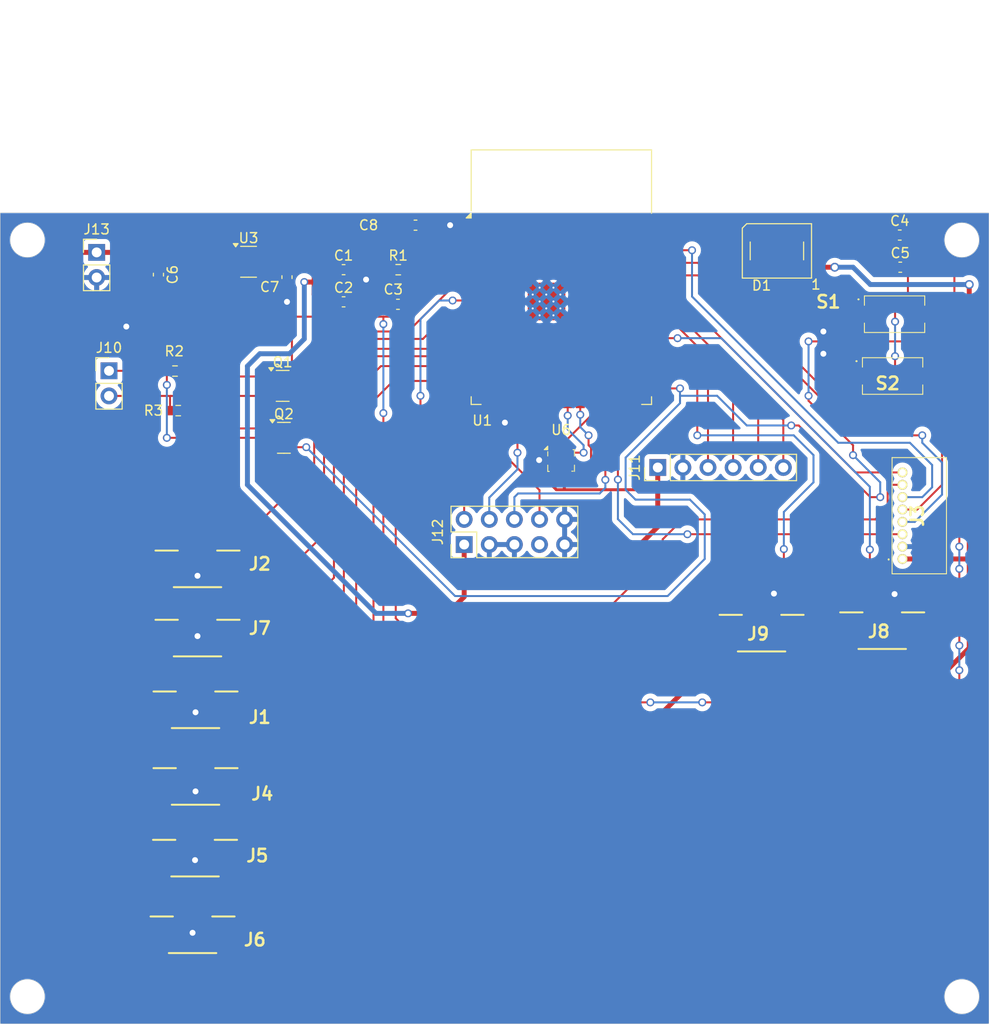
<source format=kicad_pcb>
(kicad_pcb (version 20240108) (generator "pcbnew") (generator_version "8.0")
  (layers (0 "F.Cu" signal) (31 "B.Cu" signal) (34 "B.Paste" user) (35 "F.Paste" user) (36 "B.SilkS" user "B.Silkscreen") (37 "F.SilkS" user "F.Silkscreen") (38 "B.Mask" user) (39 "F.Mask" user) (44 "Edge.Cuts" user))
  (net 0 "")
  (net 1 "GND")
  (net 4 "/LED")
  (net 5 "/UART_PROGRAM_RXD")
  (net 6 "VCC")
  (net 7 "/UART_PROGRAM_TXD")
  (net 9 "/UART_PROGRAM_DTR")
  (net 12 "/EN")
  (net 14 "/UART_PROGRAM_RTS")
  (net 15 "/MTMS")
  (net 16 "/MTDI")
  (net 18 "/DHT22")
  (net 19 "/PMS_TXD")
  (net 20 "/SEN0219")
  (net 21 "/PMS_SET")
  (net 22 "/PMS_RXD")
  (net 23 "/BMP_SDO")
  (net 24 "/PMS_PWM")
  (net 25 "/BMP_SDI")
  (net 26 "/BMP_SCK")
  (net 27 "/PMS_RESET")
  (net 28 "/PMS_SELECT")
  (net 29 "/Hall 1")
  (net 30 "/Hall 5")
  (net 31 "/Hall 4")
  (net 32 "/Hall 6")
  (net 33 "/Hall 3")
  (net 34 "/Hall 2")
  (net 35 "/3V3")
  (net 36 "/IO0")
  (net 37 "Net-(J10-Pin_1)")
  (net 38 "Net-(J10-Pin_2)")
  (net 39 "Net-(Q1-B)")
  (net 40 "Net-(Q2-B)")
  (net 42 "/MTDO")
  (net 43 "/MTCK")
  (footprint "1bmoje:53398-0371" (layer "F.Cu") (at 181.95 80.15)
    (property "Reference" "J8")
    (property "Value" "53398-0371" (hide yes))
  )
  (footprint "Connector_PinHeader_2.54mm:PinHeader_1x02_P2.54mm_Vertical" (layer "F.Cu") (at 103.75 55.725)
    (property "Reference" "J10")
    (property "Value" "Conn_01x02_Pin")
  )
  (footprint "1bmoje:530480810" (layer "F.Cu") (at 184 74.75 -90)
    (property "Reference" "J3")
    (property "Value" "53048-0810" (hide yes))
  )
  (footprint "1bmoje:53398-0371" (layer "F.Cu") (at 169.75 80.4)
    (property "Reference" "J9")
    (property "Value" "53398-0371" (hide yes))
  )
  (footprint "1bmoje:53398-0371" (layer "F.Cu") (at 112.45 103.15)
    (property "Reference" "J5")
    (property "Value" "53398-0371" (hide yes))
  )
  (footprint "Package_TO_SOT_SMD:SOT-23" (layer "F.Cu") (at 121.4375 62.5)
    (property "Reference" "Q2")
    (property "Value" "SS8050")
  )
  (footprint "Package_TO_SOT_SMD:SOT-23-5" (layer "F.Cu") (at 117.8625 44.7)
    (property "Reference" "U3")
    (property "Value" "TLV75733PDBV")
  )
  (footprint "Resistor_SMD:R_0603_1608Metric" (layer "F.Cu") (at 110.425 55.75)
    (property "Reference" "R2")
    (property "Value" "10K")
  )
  (footprint "1bmoje:53398-0371" (layer "F.Cu") (at 112.2 110.9)
    (property "Reference" "J6")
    (property "Value" "53398-0371" (hide yes))
  )
  (footprint "1bmoje:PTS636SK25FSMTRLFS" (layer "F.Cu") (at 183.2 50)
    (property "Reference" "S1")
    (property "Value" "PTS636_SK25F_SMTR_LFS" (hide yes))
  )
  (footprint "Connector_PinHeader_2.54mm:PinHeader_1x06_P2.54mm_Vertical" (layer "F.Cu") (at 159.25 65.5 90)
    (property "Reference" "J11")
    (property "Value" "Conn_01x06_Pin")
  )
  (footprint "1bmoje:53398-0371" (layer "F.Cu") (at 112.5 88.15)
    (property "Reference" "J1")
    (property "Value" "53398-0371" (hide yes))
  )
  (footprint "Capacitor_SMD:C_0603_1608Metric" (layer "F.Cu") (at 108.75 46 -90)
    (property "Reference" "C6")
    (property "Value" "22uF")
  )
  (footprint "Connector_PinHeader_2.54mm:PinHeader_1x02_P2.54mm_Vertical" (layer "F.Cu") (at 102.5 43.75)
    (property "Reference" "J13")
    (property "Value" "Conn_01x02_Pin")
  )
  (footprint "Capacitor_SMD:C_0603_1608Metric" (layer "F.Cu") (at 121.75 46.25 -90)
    (property "Reference" "C7")
    (property "Value" "22uF")
  )
  (footprint "RF_Module:ESP32-WROOM-32D" (layer "F.Cu") (at 149.5 49.245)
    (property "Reference" "U1")
    (property "Value" "ESP32-WROOM-32D")
  )
  (footprint "Package_TO_SOT_SMD:SOT-23" (layer "F.Cu") (at 121.3125 57.25)
    (property "Reference" "Q1")
    (property "Value" "SS8050")
  )
  (footprint "Capacitor_SMD:C_0603_1608Metric" (layer "F.Cu") (at 134.75 41 180)
    (property "Reference" "C8")
    (property "Value" "22uF")
  )
  (footprint "1bmoje:53398-0371" (layer "F.Cu") (at 112.7 80.9)
    (property "Reference" "J7")
    (property "Value" "53398-0371" (hide yes))
  )
  (footprint "1bmoje:PTS636SK25FSMTRLFS" (layer "F.Cu") (at 183 56.25)
    (property "Reference" "S2")
    (property "Value" "PTS636_SK25F_SMTR_LFS" (hide yes))
  )
  (footprint "Resistor_SMD:R_0603_1608Metric" (layer "F.Cu") (at 110.75 59.75)
    (property "Reference" "R3")
    (property "Value" "10K")
  )
  (footprint "Capacitor_SMD:C_0603_1608Metric" (layer "F.Cu") (at 132.975 49 180)
    (property "Reference" "C3")
    (property "Value" "0.1uF")
  )
  (footprint "LED_SMD:LED_WS2812B_PLCC4_5.0x5.0mm_P3.2mm" (layer "F.Cu") (at 171.3 43.6 180)
    (property "Reference" "D1")
    (property "Value" "WS2812B")
  )
  (footprint "Capacitor_SMD:C_0603_1608Metric" (layer "F.Cu") (at 127.475 45.5)
    (property "Reference" "C1")
    (property "Value" "22uF")
  )
  (footprint "Resistor_SMD:R_0603_1608Metric" (layer "F.Cu") (at 133 45.5)
    (property "Reference" "R1")
    (property "Value" "10K")
  )
  (footprint "1bmoje:53398-0371" (layer "F.Cu") (at 112.7 73.9)
    (property "Reference" "J2")
    (property "Value" "53398-0371" (hide yes))
  )
  (footprint "Capacitor_SMD:C_0603_1608Metric" (layer "F.Cu") (at 183.725 42)
    (property "Reference" "C4")
    (property "Value" "0.1uF")
  )
  (footprint "1bmoje:53398-0371" (layer "F.Cu") (at 112.5 95.9)
    (property "Reference" "J4")
    (property "Value" "53398-0371" (hide yes))
  )
  (footprint "Capacitor_SMD:C_0603_1608Metric" (layer "F.Cu") (at 183.775 45.25)
    (property "Reference" "C5")
    (property "Value" "0.1uF")
  )
  (footprint "Capacitor_SMD:C_0603_1608Metric" (layer "F.Cu") (at 127.475 48.75)
    (property "Reference" "C2")
    (property "Value" "0.1uF")
  )
  (footprint "Connector_PinHeader_2.54mm:PinHeader_2x05_P2.54mm_Vertical" (layer "F.Cu") (at 139.67 73.29 90)
    (property "Reference" "J12")
    (property "Value" "Conn_02x05_Odd_Even")
  )
  (footprint "Package_LGA:Bosch_LGA-8_2x2.5mm_P0.65mm_ClockwisePinNumbering" (layer "F.Cu") (at 149.475 64.8)
    (property "Reference" "U6")
    (property "Value" "BMP280")
  )
  (gr_circle (center 95.5 42.5) (end 97.25 42.5) (stroke (width 0.05)) (fill none) (layer "Edge.Cuts"))
  (gr_circle (center 95.5 119) (end 97.25 119) (stroke (width 0.05)) (fill none) (layer "Edge.Cuts"))
  (gr_circle (center 190 119) (end 191.75 119) (stroke (width 0.05)) (fill none) (layer "Edge.Cuts"))
  (gr_rect (start 92.75 39.75) (end 192.75 121.75) (stroke (width 0.05)) (fill none) (layer "Edge.Cuts"))
  (gr_circle (center 190 42.5) (end 191.75 42.5) (stroke (width 0.05)) (fill none) (layer "Edge.Cuts"))
  (segment (start 131.25 49) (end 132.2 49) (width 0.5) (layer "F.Cu") (net 1))
  (segment (start 112.5 98.25) (end 112.5 95.75) (width 0.5) (layer "F.Cu") (net 1))
  (segment (start 135.525 41) (end 138.25 41) (width 0.5) (layer "F.Cu") (net 1))
  (segment (start 166.25 43.5) (end 169 43.5) (width 0.5) (layer "F.Cu") (net 1))
  (segment (start 110.75 48) (end 114.05 44.7) (width 0.5) (layer "F.Cu") (net 1))
  (segment (start 158.25 40.995) (end 163.745 40.995) (width 0.5) (layer "F.Cu") (net 1))
  (segment (start 140.745 41) (end 140.75 40.995) (width 0.2) (layer "F.Cu") (net 1))
  (segment (start 143.79 58.755) (end 143.79 60.96) (width 0.5) (layer "F.Cu") (net 1))
  (segment (start 108.75 48) (end 110.75 48) (width 0.5) (layer "F.Cu") (net 1))
  (segment (start 108.75 48) (end 108.75 49) (width 0.5) (layer "F.Cu") (net 1))
  (segment (start 108.75 46.775) (end 108.75 48) (width 0.5) (layer "F.Cu") (net 1))
  (segment (start 180 42) (end 180 44) (width 0.5) (layer "F.Cu") (net 1))
  (segment (start 173 50) (end 176 50) (width 0.5) (layer "F.Cu") (net 1))
  (segment (start 178.25 42) (end 180 42) (width 0.5) (layer "F.Cu") (net 1))
  (segment (start 129.75 48) (end 129.75 47.5) (width 0.5) (layer "F.Cu") (net 1))
  (segment (start 169 43.5) (end 171.25 43.5) (width 0.5) (layer "F.Cu") (net 1))
  (segment (start 168.85 43.35) (end 169 43.5) (width 0.2) (layer "F.Cu") (net 1))
  (segment (start 102.5 49) (end 102.5 46.29) (width 0.5) (layer "F.Cu") (net 1))
  (segment (start 183.2 80) (end 183.2 78.3) (width 0.5) (layer "F.Cu") (net 1))
  (segment (start 112.45 103) (end 112.45 105.2) (width 0.5) (layer "F.Cu") (net 1))
  (segment (start 129.75 45.75) (end 129.5 45.5) (width 0.5) (layer "F.Cu") (net 1))
  (segment (start 114.05 44.7) (end 116.725 44.7) (width 0.5) (layer "F.Cu") (net 1))
  (segment (start 130.5 47.5) (end 131 48) (width 0.5) (layer "F.Cu") (net 1))
  (segment (start 176.75 43.5) (end 178.25 42) (width 0.5) (layer "F.Cu") (net 1))
  (segment (start 180 42) (end 182.95 42) (width 0.5) (layer "F.Cu") (net 1))
  (segment (start 171 80.25) (end 171 78.25) (width 0.5) (layer "F.Cu") (net 1))
  (segment (start 148.75 64.75) (end 148.5 64.75) (width 0.3) (layer "F.Cu") (net 1))
  (segment (start 168.85 41.95) (end 168.85 43.35) (width 0.5) (layer "F.Cu") (net 1))
  (segment (start 129.5 45.5) (end 128.25 45.5) (width 0.5) (layer "F.Cu") (net 1))
  (segment (start 171.25 43.5) (end 176.75 43.5) (width 0.5) (layer "F.Cu") (net 1))
  (segment (start 112.7 82.55) (end 112.7 80.75) (width 0.5) (layer "F.Cu") (net 1))
  (segment (start 131 48) (end 131 48.75) (width 0.5) (layer "F.Cu") (net 1))
  (segment (start 148.5 64.75) (end 148 64.75) (width 0.3) (layer "F.Cu") (net 1))
  (segment (start 129 48.75) (end 129.75 48) (width 0.5) (layer "F.Cu") (net 1))
  (segment (start 171.25 48.25) (end 173 50) (width 0.5) (layer "F.Cu") (net 1))
  (segment (start 148.5 64) (end 148.5 64.75) (width 0.3) (layer "F.Cu") (net 1))
  (segment (start 149.15 65.15) (end 148.75 64.75) (width 0.3) (layer "F.Cu") (net 1))
  (segment (start 105.5 49.75) (end 105.5 51.25) (width 0.5) (layer "F.Cu") (net 1))
  (segment (start 148 64.75) (end 147.25 64.75) (width 0.3) (layer "F.Cu") (net 1))
  (segment (start 108 49.75) (end 105.5 49.75) (width 0.5) (layer "F.Cu") (net 1))
  (segment (start 112.2 110.75) (end 112.2 112.55) (width 0.5) (layer "F.Cu") (net 1))
  (segment (start 103.25 49.75) (end 102.5 49) (width 0.5) (layer "F.Cu") (net 1))
  (segment (start 180 44) (end 181.25 45.25) (width 0.5) (layer "F.Cu") (net 1))
  (segment (start 138.25 41) (end 140.745 41) (width 0.5) (layer "F.Cu") (net 1))
  (segment (start 112.7 76.45) (end 112.7 73.75) (width 0.5) (layer "F.Cu") (net 1))
  (segment (start 112.5 90.25) (end 112.5 88) (width 0.5) (layer "F.Cu") (net 1))
  (segment (start 176 54) (end 176 55.5) (width 0.5) (layer "F.Cu") (net 1))
  (segment (start 129.75 46.5) (end 129.75 45.75) (width 0.5) (layer "F.Cu") (net 1))
  (segment (start 149.15 65.6) (end 149.15 65.15) (width 0.3) (layer "F.Cu") (net 1))
  (segment (start 108.75 49) (end 108 49.75) (width 0.5) (layer "F.Cu") (net 1))
  (segment (start 176 50) (end 176 51.75) (width 0.5) (layer "F.Cu") (net 1))
  (segment (start 121.75 47.025) (end 121.75 48.75) (width 0.5) (layer "F.Cu") (net 1))
  (segment (start 129.75 47.5) (end 129.75 46.5) (width 0.5) (layer "F.Cu") (net 1))
  (segment (start 105.5 49.75) (end 103.25 49.75) (width 0.5) (layer "F.Cu") (net 1))
  (segment (start 176.75 56.25) (end 179.7 56.25) (width 0.5) (layer "F.Cu") (net 1))
  (segment (start 129.75 47.5) (end 130.5 47.5) (width 0.5) (layer "F.Cu") (net 1))
  (segment (start 163.745 40.995) (end 166.25 43.5) (width 0.5) (layer "F.Cu") (net 1))
  (segment (start 176 50) (end 179.9 50) (width 0.5) (layer "F.Cu") (net 1))
  (segment (start 176 55.5) (end 176.75 56.25) (width 0.5) (layer "F.Cu") (net 1))
  (segment (start 128.25 48.75) (end 129 48.75) (width 0.5) (layer "F.Cu") (net 1))
  (segment (start 131 48.75) (end 131.25 49) (width 0.5) (layer "F.Cu") (net 1))
  (segment (start 171.25 43.5) (end 171.25 48.25) (width 0.5) (layer "F.Cu") (net 1))
  (segment (start 181.25 45.25) (end 183 45.25) (width 0.5) (layer "F.Cu") (net 1))
  (via (at 138.25 41) (size 0.9) (drill 0.6) (layers "F.Cu" "B.Cu") (net 1))
  (via (at 112.5 98.25) (size 0.9) (drill 0.6) (layers "F.Cu" "B.Cu") (net 1))
  (via (at 112.2 112.55) (size 0.9) (drill 0.6) (layers "F.Cu" "B.Cu") (net 1))
  (via (at 143.79 60.96) (size 0.9) (drill 0.6) (layers "F.Cu" "B.Cu") (net 1))
  (via (at 176 54) (size 0.9) (drill 0.6) (layers "F.Cu" "B.Cu") (net 1))
  (via (at 112.5 90.25) (size 0.9) (drill 0.6) (layers "F.Cu" "B.Cu") (net 1))
  (via (at 176 51.75) (size 0.9) (drill 0.6) (layers "F.Cu" "B.Cu") (net 1))
  (via (at 129.75 46.5) (size 0.9) (drill 0.6) (layers "F.Cu" "B.Cu") (net 1))
  (via (at 171 78.25) (size 0.9) (drill 0.6) (layers "F.Cu" "B.Cu") (net 1))
  (via (at 112.7 76.45) (size 0.9) (drill 0.6) (layers "F.Cu" "B.Cu") (net 1))
  (via (at 112.7 82.55) (size 0.9) (drill 0.6) (layers "F.Cu" "B.Cu") (net 1))
  (via (at 105.5 51.25) (size 0.9) (drill 0.6) (layers "F.Cu" "B.Cu") (net 1))
  (via (at 147.25 64.75) (size 0.9) (drill 0.6) (layers "F.Cu" "B.Cu") (net 1))
  (via (at 112.45 105.2) (size 0.9) (drill 0.6) (layers "F.Cu" "B.Cu") (net 1))
  (via (at 121.75 48.75) (size 0.9) (drill 0.6) (layers "F.Cu" "B.Cu") (net 1))
  (via (at 183.2 78.3) (size 0.9) (drill 0.6) (layers "F.Cu" "B.Cu") (net 1))
  (segment (start 184 73.5) (end 186.5 73.5) (width 0.5) (layer "B.Cu") (net 1))
  (segment (start 176 51.75) (end 176 54) (width 0.5) (layer "B.Cu") (net 1))
  (segment (start 163.265 42.265) (end 158.25 42.265) (width 0.2) (layer "F.Cu") (net 4))
  (segment (start 166.25 45.25) (end 163.265 42.265) (width 0.2) (layer "F.Cu") (net 4))
  (segment (start 168.85 45.25) (end 166.25 45.25) (width 0.2) (layer "F.Cu") (net 4))
  (segment (start 164.33 65.5) (end 164.33 57.33) (width 0.2) (layer "F.Cu") (net 5))
  (segment (start 164.33 57.33) (end 161.965 54.965) (width 0.2) (layer "F.Cu") (net 5))
  (segment (start 161.965 54.965) (end 158.25 54.965) (width 0.2) (layer "F.Cu") (net 5))
  (segment (start 98 95.75) (end 98 103) (width 0.5) (layer "F.Cu") (net 6))
  (segment (start 98 80.75) (end 98 88) (width 0.5) (layer "F.Cu") (net 6))
  (segment (start 163.25 86.75) (end 168.25 86.75) (width 0.5) (layer "F.Cu") (net 6))
  (segment (start 108.75 43.75) (end 102.5 43.75) (width 0.5) (layer "F.Cu") (net 6))
  (segment (start 182 86.75) (end 187.75 86.75) (width 0.5) (layer "F.Cu") (net 6))
  (segment (start 168.25 86.75) (end 182 86.75) (width 0.5) (layer "F.Cu") (net 6))
  (segment (start 159.75 90.25) (end 163.25 86.75) (width 0.5) (layer "F.Cu") (net 6))
  (segment (start 98 88) (end 98 95.75) (width 0.5) (layer "F.Cu") (net 6))
  (segment (start 98 95.75) (end 111.25 95.75) (width 0.5) (layer "F.Cu") (net 6))
  (segment (start 173.75 45.25) (end 177.15 45.25) (width 0.5) (layer "F.Cu") (net 6))
  (segment (start 181.95 86.7) (end 181.95 80) (width 0.5) (layer "F.Cu") (net 6))
  (segment (start 187.75 86.75) (end 190.75 83.75) (width 0.5) (layer "F.Cu") (net 6))
  (segment (start 159.75 94.75) (end 159.75 90.25) (width 0.5) (layer "F.Cu") (net 6))
  (segment (start 136 118.5) (end 159.75 94.75) (width 0.5) (layer "F.Cu") (net 6))
  (segment (start 98 103) (end 111.2 103) (width 0.5) (layer "F.Cu") (net 6))
  (segment (start 98 103) (end 98 107.5) (width 0.5) (layer "F.Cu") (net 6))
  (segment (start 190.75 83.75) (end 190.75 74.75) (width 0.5) (layer "F.Cu") (net 6))
  (segment (start 98 45.25) (end 98 73.75) (width 0.5) (layer "F.Cu") (net 6))
  (segment (start 190.75 74.75) (end 184 74.75) (width 0.5) (layer "F.Cu") (net 6))
  (segment (start 101.25 110.75) (end 103.75 110.75) (width 0.5) (layer "F.Cu") (net 6))
  (segment (start 108.75 45.225) (end 108.75 43.75) (width 0.5) (layer "F.Cu") (net 6))
  (segment (start 98 107.5) (end 101.25 110.75) (width 0.5) (layer "F.Cu") (net 6))
  (segment (start 106.25 118.5) (end 136 118.5) (width 0.5) (layer "F.Cu") (net 6))
  (segment (start 116.725 43.75) (end 108.75 43.75) (width 0.5) (layer "F.Cu") (net 6))
  (segment (start 103.75 110.75) (end 110.95 110.75) (width 0.5) (layer "F.Cu") (net 6))
  (segment (start 103.75 116) (end 106.25 118.5) (width 0.5) (layer "F.Cu") (net 6))
  (segment (start 98 73.75) (end 111.45 73.75) (width 0.5) (layer "F.Cu") (net 6))
  (segment (start 98 73.75) (end 98 80.75) (width 0.5) (layer "F.Cu") (net 6))
  (segment (start 168.25 86.75) (end 168.5 86.75) (width 0.5) (layer "F.Cu") (net 6))
  (segment (start 99.5 43.75) (end 98 45.25) (width 0.5) (layer "F.Cu") (net 6))
  (segment (start 102.5 43.75) (end 99.5 43.75) (width 0.5) (layer "F.Cu") (net 6))
  (segment (start 98 80.75) (end 111.45 80.75) (width 0.5) (layer "F.Cu") (net 6))
  (segment (start 103.75 110.75) (end 103.75 116) (width 0.5) (layer "F.Cu") (net 6))
  (segment (start 168.5 86.75) (end 168.5 80.25) (width 0.5) (layer "F.Cu") (net 6))
  (segment (start 182 86.75) (end 181.95 86.7) (width 0.5) (layer "F.Cu") (net 6))
  (segment (start 190.75 74.75) (end 190.75 47) (width 0.5) (layer "F.Cu") (net 6))
  (segment (start 98 88) (end 111.25 88) (width 0.5) (layer "F.Cu") (net 6))
  (via (at 190.75 47) (size 0.9) (drill 0.6) (layers "F.Cu" "B.Cu") (net 6))
  (via (at 177.15 45.25) (size 0.9) (drill 0.6) (layers "F.Cu" "B.Cu") (net 6))
  (segment (start 190.75 47) (end 180.75 47) (width 0.5) (layer "B.Cu") (net 6))
  (segment (start 177.15 45.25) (end 179 45.25) (width 0.5) (layer "B.Cu") (net 6))
  (segment (start 180.75 47) (end 179 45.25) (width 0.5) (layer "B.Cu") (net 6))
  (segment (start 166.87 58.12) (end 162.445 53.695) (width 0.2) (layer "F.Cu") (net 7))
  (segment (start 162.445 53.695) (end 158.25 53.695) (width 0.2) (layer "F.Cu") (net 7))
  (segment (start 166.87 65.5) (end 166.87 58.12) (width 0.2) (layer "F.Cu") (net 7))
  (segment (start 161.155 51.155) (end 158.25 51.155) (width 0.2) (layer "F.Cu") (net 9))
  (segment (start 169.41 59.41) (end 161.155 51.155) (width 0.2) (layer "F.Cu") (net 9))
  (segment (start 169.41 65.5) (end 169.41 59.41) (width 0.2) (layer "F.Cu") (net 9))
  (segment (start 183.75 56.25) (end 184.5 56.25) (width 0.2) (layer "F.Cu") (net 12))
  (segment (start 184.5 59.75) (end 185 60.25) (width 0.2) (layer "F.Cu") (net 12))
  (segment (start 116.725 45.65) (end 121.325 50.25) (width 0.2) (layer "F.Cu") (net 12))
  (segment (start 135.5 45.5) (end 133.825 45.5) (width 0.2) (layer "F.Cu") (net 12))
  (segment (start 185 60.25) (end 188.75 60.25) (width 0.2) (layer "F.Cu") (net 12))
  (segment (start 136.25 43.5) (end 135.5 44.25) (width 0.2) (layer "F.Cu") (net 12))
  (segment (start 135.5 45.5) (end 135.5 46) (width 0.2) (layer "F.Cu") (net 12))
  (segment (start 136.75 43.5) (end 136.25 43.5) (width 0.2) (layer "F.Cu") (net 12))
  (segment (start 184.5 56.25) (end 186.3 56.25) (width 0.2) (layer "F.Cu") (net 12))
  (segment (start 122.25 50.25) (end 131.5 50.25) (width 0.2) (layer "F.Cu") (net 12))
  (segment (start 183.25 54.25) (end 183.25 55.75) (width 0.2) (layer "F.Cu") (net 12))
  (segment (start 131.5 50.25) (end 134.5 50.25) (width 0.2) (layer "F.Cu") (net 12))
  (segment (start 189.75 61.25) (end 189.75 73.5) (width 0.2) (layer "F.Cu") (net 12))
  (segment (start 136.75 48) (end 136.75 43.5) (width 0.2) (layer "F.Cu") (net 12))
  (segment (start 189.75 87.75) (end 188.25 89.25) (width 0.2) (layer "F.Cu") (net 12))
  (segment (start 131.5 83) (end 131.5 60) (width 0.2) (layer "F.Cu") (net 12))
  (segment (start 189.75 86) (end 189.75 87.75) (width 0.2) (layer "F.Cu") (net 12))
  (segment (start 122.25 57.25) (end 122.25 50.25) (width 0.2) (layer "F.Cu") (net 12))
  (segment (start 135.5 46) (end 133.75 47.75) (width 0.2) (layer "F.Cu") (net 12))
  (segment (start 131.5 83) (end 137.75 89.25) (width 0.2) (layer "F.Cu") (net 12))
  (segment (start 135.5 44.25) (end 135.5 45.5) (width 0.2) (layer "F.Cu") (net 12))
  (segment (start 121.325 50.25) (end 122.25 50.25) (width 0.2) (layer "F.Cu") (net 12))
  (segment (start 140.75 43.5) (end 136.75 43.5) (width 0.2) (layer "F.Cu") (net 12))
  (segment (start 183.25 49.75) (end 183.25 50.75) (width 0.2) (layer "F.Cu") (net 12))
  (segment (start 140.75 43.535) (end 140.75 43.5) (width 0.2) (layer "F.Cu") (net 12))
  (segment (start 133.75 47.75) (end 133.75 49) (width 0.2) (layer "F.Cu") (net 12))
  (segment (start 184.5 56.25) (end 184.5 59.75) (width 0.2) (layer "F.Cu") (net 12))
  (segment (start 137.75 89.25) (end 158.5 89.25) (width 0.2) (layer "F.Cu") (net 12))
  (segment (start 183.25 55.75) (end 183.75 56.25) (width 0.2) (layer "F.Cu") (net 12))
  (segment (start 184.55 48.45) (end 183.25 49.75) (width 0.2) (layer "F.Cu") (net 12))
  (segment (start 188.25 89.25) (end 163.75 89.25) (width 0.2) (layer "F.Cu") (net 12))
  (segment (start 131.5 50.25) (end 131.5 51) (width 0.2) (layer "F.Cu") (net 12))
  (segment (start 184.55 45.25) (end 184.55 48.45) (width 0.2) (layer "F.Cu") (net 12))
  (segment (start 134.5 50.25) (end 136.75 48) (width 0.2) (layer "F.Cu") (net 12))
  (segment (start 188.75 60.25) (end 189.75 61.25) (width 0.2) (layer "F.Cu") (net 12))
  (segment (start 189.75 75.75) (end 189.75 83.5) (width 0.2) (layer "F.Cu") (net 12))
  (via (at 131.5 51) (size 0.8) (drill 0.52) (layers "F.Cu" "B.Cu") (net 12))
  (via (at 158.5 89.25) (size 0.8) (drill 0.52) (layers "F.Cu" "B.Cu") (net 12))
  (via (at 189.75 73.5) (size 0.8) (drill 0.52) (layers "F.Cu" "B.Cu") (net 12))
  (via (at 189.75 83.5) (size 0.8) (drill 0.52) (layers "F.Cu" "B.Cu") (net 12))
  (via (at 189.75 75.75) (size 0.8) (drill 0.52) (layers "F.Cu" "B.Cu") (net 12))
  (via (at 131.5 60) (size 0.8) (drill 0.52) (layers "F.Cu" "B.Cu") (net 12))
  (via (at 163.75 89.25) (size 0.8) (drill 0.52) (layers "F.Cu" "B.Cu") (net 12))
  (via (at 183.25 50.75) (size 0.8) (drill 0.52) (layers "F.Cu" "B.Cu") (net 12))
  (via (at 183.25 54.25) (size 0.8) (drill 0.52) (layers "F.Cu" "B.Cu") (net 12))
  (via (at 189.75 86) (size 0.8) (drill 0.52) (layers "F.Cu" "B.Cu") (net 12))
  (segment (start 189.75 83.5) (end 189.75 86) (width 0.2) (layer "B.Cu") (net 12))
  (segment (start 183.25 50.75) (end 183.25 54.25) (width 0.2) (layer "B.Cu") (net 12))
  (segment (start 189.75 73.5) (end 189.75 75.75) (width 0.2) (layer "B.Cu") (net 12))
  (segment (start 163.75 89.25) (end 158.5 89.25) (width 0.2) (layer "B.Cu") (net 12))
  (segment (start 131.5 60) (end 131.5 51) (width 0.2) (layer "B.Cu") (net 12))
  (segment (start 171.95 65.5) (end 171.95 60.7) (width 0.2) (layer "F.Cu") (net 14))
  (segment (start 171.95 60.7) (end 161.135 49.885) (width 0.2) (layer "F.Cu") (net 14))
  (segment (start 161.135 49.885) (end 158.25 49.885) (width 0.2) (layer "F.Cu") (net 14))
  (segment (start 139.67 68.42) (end 137 65.75) (width 0.2) (layer "F.Cu") (net 15))
  (segment (start 138.765 56.235) (end 140.75 56.235) (width 0.2) (layer "F.Cu") (net 15))
  (segment (start 137 65.75) (end 137 58) (width 0.2) (layer "F.Cu") (net 15))
  (segment (start 139.67 70.75) (end 139.67 68.42) (width 0.2) (layer "F.Cu") (net 15))
  (segment (start 137 58) (end 138.765 56.235) (width 0.2) (layer "F.Cu") (net 15))
  (segment (start 139.5 62.25) (end 138.25 61) (width 0.2) (layer "F.Cu") (net 16))
  (segment (start 138.75 57.5) (end 138.755 57.505) (width 0.2) (layer "F.Cu") (net 16))
  (segment (start 138.755 57.505) (end 140.75 57.505) (width 0.2) (layer "F.Cu") (net 16))
  (segment (start 147.29 67.79) (end 141.75 62.25) (width 0.2) (layer "F.Cu") (net 16))
  (segment (start 138.25 61) (end 138.25 58) (width 0.2) (layer "F.Cu") (net 16))
  (segment (start 147.29 70.75) (end 147.29 67.79) (width 0.2) (layer "F.Cu") (net 16))
  (segment (start 138.25 58) (end 138.75 57.5) (width 0.2) (layer "F.Cu") (net 16))
  (segment (start 141.75 62.25) (end 139.5 62.25) (width 0.2) (layer "F.Cu") (net 16))
  (segment (start 163.25 62.25) (end 163.25 57.5) (width 0.2) (layer "F.Cu") (net 18))
  (segment (start 169.75 80.25) (end 169.75 77) (width 0.2) (layer "F.Cu") (net 18))
  (segment (start 161.985 56.235) (end 158.25 56.235) (width 0.2) (layer "F.Cu") (net 18))
  (segment (start 169.75 77) (end 172 74.75) (width 0.2) (layer "F.Cu") (net 18))
  (segment (start 163.25 57.5) (end 161.985 56.235) (width 0.2) (layer "F.Cu") (net 18))
  (segment (start 172 74.75) (end 172 73.75) (width 0.2) (layer "F.Cu") (net 18))
  (via (at 172 73.75) (size 0.8) (drill 0.52) (layers "F.Cu" "B.Cu") (net 18))
  (via (at 163.25 62.25) (size 0.8) (drill 0.52) (layers "F.Cu" "B.Cu") (net 18))
  (segment (start 173 62.25) (end 163.25 62.25) (width 0.2) (layer "B.Cu") (net 18))
  (segment (start 172 73.75) (end 172 70) (width 0.2) (layer "B.Cu") (net 18))
  (segment (start 175 64.25) (end 173 62.25) (width 0.2) (layer "B.Cu") (net 18))
  (segment (start 175 67) (end 175 64.25) (width 0.2) (layer "B.Cu") (net 18))
  (segment (start 172 70) (end 175 67) (width 0.2) (layer "B.Cu") (net 18))
  (segment (start 188 67.25) (end 188 62.5) (width 0.2) (layer "F.Cu") (net 19))
  (segment (start 185.5 69.75) (end 188 67.25) (width 0.2) (layer "F.Cu") (net 19))
  (segment (start 184 69.75) (end 185.5 69.75) (width 0.2) (layer "F.Cu") (net 19))
  (segment (start 186.5 61) (end 179.5 61) (width 0.2) (layer "F.Cu") (net 19))
  (segment (start 188 62.5) (end 186.5 61) (width 0.2) (layer "F.Cu") (net 19))
  (segment (start 179.5 61) (end 163.305 44.805) (width 0.2) (layer "F.Cu") (net 19))
  (segment (start 163.305 44.805) (end 158.25 44.805) (width 0.2) (layer "F.Cu") (net 19))
  (segment (start 158.25 52.425) (end 161.25 52.425) (width 0.2) (layer "F.Cu") (net 20))
  (segment (start 180.7 80) (end 180.7 73.8) (width 0.2) (layer "F.Cu") (net 20))
  (via (at 161.25 52.425) (size 0.8) (drill 0.52) (layers "F.Cu" "B.Cu") (net 20))
  (via (at 180.7 73.8) (size 0.8) (drill 0.52) (layers "F.Cu" "B.Cu") (net 20))
  (segment (start 161.25 52.425) (end 165.675 52.425) (width 0.2) (layer "B.Cu") (net 20))
  (segment (start 165.675 52.425) (end 180.7 67.45) (width 0.2) (layer "B.Cu") (net 20))
  (segment (start 180.7 67.45) (end 180.7 73.8) (width 0.2) (layer "B.Cu") (net 20))
  (segment (start 184 72.25) (end 162.25 72.25) (width 0.2) (layer "F.Cu") (net 21))
  (segment (start 155.22 58.755) (end 155.22 66.72) (width 0.2) (layer "F.Cu") (net 21))
  (via (at 162.25 72.25) (size 0.8) (drill 0.52) (layers "F.Cu" "B.Cu") (net 21))
  (via (at 155.22 66.72) (size 0.8) (drill 0.52) (layers "F.Cu" "B.Cu") (net 21))
  (segment (start 155.22 70.72) (end 155.22 66.72) (width 0.2) (layer "B.Cu") (net 21))
  (segment (start 156.75 72.25) (end 155.22 70.72) (width 0.2) (layer "B.Cu") (net 21))
  (segment (start 162.25 72.25) (end 156.75 72.25) (width 0.2) (layer "B.Cu") (net 21))
  (segment (start 179.5 62.25) (end 163.325 46.075) (width 0.2) (layer "F.Cu") (net 22))
  (segment (start 186 62.25) (end 179.5 62.25) (width 0.2) (layer "F.Cu") (net 22))
  (segment (start 163.325 46.075) (end 158.25 46.075) (width 0.2) (layer "F.Cu") (net 22))
  (via (at 186 62.25) (size 0.8) (drill 0.52) (layers "F.Cu" "B.Cu") (net 22))
  (segment (start 186 63) (end 186 62.25) (width 0.2) (layer "B.Cu") (net 22))
  (segment (start 188 68.25) (end 188 65) (width 0.2) (layer "B.Cu") (net 22))
  (segment (start 185.25 71) (end 188 68.25) (width 0.2) (layer "B.Cu") (net 22))
  (segment (start 188 65) (end 186 63) (width 0.2) (layer "B.Cu") (net 22))
  (segment (start 184 71) (end 185.25 71) (width 0.2) (layer "B.Cu") (net 22))
  (segment (start 152.5 63.5) (end 152.25 63.25) (width 0.2) (layer "F.Cu") (net 23))
  (segment (start 152.5 65) (end 152.5 63.5) (width 0.2) (layer "F.Cu") (net 23))
  (segment (start 150.45 65.6) (end 151.9 65.6) (width 0.2) (layer "F.Cu") (net 23))
  (segment (start 151.9 65.6) (end 152.5 65) (width 0.2) (layer "F.Cu") (net 23))
  (segment (start 151.41 58.755) (end 151.41 60.16) (width 0.2) (layer "F.Cu") (net 23))
  (segment (start 152.25 63.25) (end 152.25 62.25) (width 0.2) (layer "F.Cu") (net 23))
  (via (at 152.25 62.25) (size 0.8) (drill 0.52) (layers "F.Cu" "B.Cu") (net 23))
  (via (at 151.41 60.16) (size 0.8) (drill 0.52) (layers "F.Cu" "B.Cu") (net 23))
  (segment (start 151.41 60.16) (end 151.41 61.41) (width 0.2) (layer "B.Cu") (net 23))
  (segment (start 151.41 61.41) (end 152.25 62.25) (width 0.2) (layer "B.Cu") (net 23))
  (segment (start 184 67.25) (end 182.75 67.25) (width 0.2) (layer "F.Cu") (net 24))
  (segment (start 182.75 67.25) (end 182.5 67.5) (width 0.2) (layer "F.Cu") (net 24))
  (segment (start 159.75 74.25) (end 151.75 82.25) (width 0.2) (layer "F.Cu") (net 24))
  (segment (start 159.75 72.76005) (end 159.75 74.25) (width 0.2) (layer "F.Cu") (net 24))
  (segment (start 151.75 82.25) (end 134.25 82.25) (width 0.2) (layer "F.Cu") (net 24))
  (segment (start 132.75 80.75) (end 132.75 78.75) (width 0.2) (layer "F.Cu") (net 24))
  (segment (start 181.25 70.75) (end 161.76005 70.75) (width 0.2) (layer "F.Cu") (net 24))
  (segment (start 182.5 67.5) (end 182.5 69.5) (width 0.2) (layer "F.Cu") (net 24))
  (segment (start 161.76005 70.75) (end 159.75 72.76005) (width 0.2) (layer "F.Cu") (net 24))
  (segment (start 182.5 69.5) (end 181.25 70.75) (width 0.2) (layer "F.Cu") (net 24))
  (segment (start 135.25 59.5) (end 135.25 58.25) (width 0.2) (layer "F.Cu") (net 24))
  (segment (start 134.25 82.25) (end 132.75 80.75) (width 0.2) (layer "F.Cu") (net 24))
  (segment (start 132.75 62) (end 135.25 59.5) (width 0.2) (layer "F.Cu") (net 24))
  (segment (start 132.75 78.75) (end 132.75 62) (width 0.2) (layer "F.Cu") (net 24))
  (segment (start 140.75 48.615) (end 138.5 48.615) (width 0.2) (layer "F.Cu") (net 24))
  (via (at 138.5 48.615) (size 0.8) (drill 0.52) (layers "F.Cu" "B.Cu") (net 24))
  (via (at 135.25 58.25) (size 0.8) (drill 0.52) (layers "F.Cu" "B.Cu") (net 24))
  (segment (start 135.25 50.5) (end 135.25 58.25) (width 0.2) (layer "B.Cu") (net 24))
  (segment (start 137.135 48.615) (end 135.25 50.5) (width 0.2) (layer "B.Cu") (net 24))
  (segment (start 138.5 48.615) (end 137.135 48.615) (width 0.2) (layer "B.Cu") (net 24))
  (segment (start 149.8 62.95) (end 152.68 60.07) (width 0.2) (layer "F.Cu") (net 25))
  (segment (start 152.68 60.07) (end 152.68 58.755) (width 0.2) (layer "F.Cu") (net 25))
  (segment (start 149.8 64) (end 149.8 62.95) (width 0.2) (layer "F.Cu") (net 25))
  (segment (start 150.45 64) (end 151.75 64) (width 0.2) (layer "F.Cu") (net 26))
  (segment (start 150.14 60.25) (end 150.14 60.36) (width 0.2) (layer "F.Cu") (net 26))
  (segment (start 150.14 58.755) (end 150.14 60.25) (width 0.2) (layer "F.Cu") (net 26))
  (via (at 150.14 60.25) (size 0.8) (drill 0.52) (layers "F.Cu" "B.Cu") (net 26))
  (via (at 151.75 64) (size 0.8) (drill 0.52) (layers "F.Cu" "B.Cu") (net 26))
  (segment (start 150.14 61.64) (end 151.75 63.25) (width 0.2) (layer "B.Cu") (net 26))
  (segment (start 150.14 60.25) (end 150.14 61.64) (width 0.2) (layer "B.Cu") (net 26))
  (segment (start 151.75 63.25) (end 151.75 64) (width 0.2) (layer "B.Cu") (net 26))
  (segment (start 158.25 43.535) (end 162.715 43.535) (width 0.2) (layer "F.Cu") (net 27))
  (via (at 162.715 43.535) (size 0.8) (drill 0.52) (layers "F.Cu" "B.Cu") (net 27))
  (segment (start 162.715 48.215) (end 177.5 63) (width 0.2) (layer "B.Cu") (net 27))
  (segment (start 186 68.5) (end 184 68.5) (width 0.2) (layer "B.Cu") (net 27))
  (segment (start 177.5 63) (end 184.75 63) (width 0.2) (layer "B.Cu") (net 27))
  (segment (start 162.715 43.535) (end 162.715 48.215) (width 0.2) (layer "B.Cu") (net 27))
  (segment (start 184.75 63) (end 187 65.25) (width 0.2) (layer "B.Cu") (net 27))
  (segment (start 187 67.5) (end 186 68.5) (width 0.2) (layer "B.Cu") (net 27))
  (segment (start 187 65.25) (end 187 67.5) (width 0.2) (layer "B.Cu") (net 27))
  (segment (start 179.25 66) (end 160.595 47.345) (width 0.2) (layer "F.Cu") (net 28))
  (segment (start 184 66) (end 179.25 66) (width 0.2) (layer "F.Cu") (net 28))
  (segment (start 160.595 47.345) (end 158.25 47.345) (width 0.2) (layer "F.Cu") (net 28))
  (segment (start 130.75 54.25) (end 136.5 54.25) (width 0.2) (layer "F.Cu") (net 29))
  (segment (start 113.75 95.75) (end 116.5 95.75) (width 0.2) (layer "F.Cu") (net 29))
  (segment (start 127.5 57.5) (end 130.75 54.25) (width 0.2) (layer "F.Cu") (net 29))
  (segment (start 136.5 54.25) (end 138.325 52.425) (width 0.2) (layer "F.Cu") (net 29))
  (segment (start 116.5 95.75) (end 127.5 84.75) (width 0.2) (layer "F.Cu") (net 29))
  (segment (start 127.5 84.75) (end 127.5 57.5) (width 0.2) (layer "F.Cu") (net 29))
  (segment (start 138.325 52.425) (end 140.75 52.425) (width 0.2) (layer "F.Cu") (net 29))
  (segment (start 113.95 73.75) (end 116.25 73.75) (width 0.2) (layer "F.Cu") (net 30))
  (segment (start 124.5 55.75) (end 128.5 51.75) (width 0.2) (layer "F.Cu") (net 30))
  (segment (start 116.25 73.75) (end 124.5 65.5) (width 0.2) (layer "F.Cu") (net 30))
  (segment (start 124.5 65.5) (end 124.5 55.75) (width 0.2) (layer "F.Cu") (net 30))
  (segment (start 134 51.75) (end 138.405 47.345) (width 0.2) (layer "F.Cu") (net 30))
  (segment (start 128.5 51.75) (end 134 51.75) (width 0.2) (layer "F.Cu") (net 30))
  (segment (start 138.405 47.345) (end 140.75 47.345) (width 0.2) (layer "F.Cu") (net 30))
  (segment (start 125.5 56) (end 129 52.5) (width 0.2) (layer "F.Cu") (net 31))
  (segment (start 138.115 49.885) (end 140.75 49.885) (width 0.2) (layer "F.Cu") (net 31))
  (segment (start 129 52.5) (end 135.5 52.5) (width 0.2) (layer "F.Cu") (net 31))
  (segment (start 113.95 80.75) (end 117 80.75) (width 0.2) (layer "F.Cu") (net 31))
  (segment (start 117 80.75) (end 125.5 72.25) (width 0.2) (layer "F.Cu") (net 31))
  (segment (start 135.5 52.5) (end 138.115 49.885) (width 0.2) (layer "F.Cu") (net 31))
  (segment (start 125.5 72.25) (end 125.5 56) (width 0.2) (layer "F.Cu") (net 31))
  (segment (start 115.15 88) (end 126.5 76.65) (width 0.2) (layer "F.Cu") (net 32))
  (segment (start 126.5 76.65) (end 126.5 57) (width 0.2) (layer "F.Cu") (net 32))
  (segment (start 126.5 57) (end 130 53.5) (width 0.2) (layer "F.Cu") (net 32))
  (segment (start 138.595 51.155) (end 140.75 51.155) (width 0.2) (layer "F.Cu") (net 32))
  (segment (start 136.25 53.5) (end 138.595 51.155) (width 0.2) (layer "F.Cu") (net 32))
  (segment (start 130 53.5) (end 136.25 53.5) (width 0.2) (layer "F.Cu") (net 32))
  (segment (start 113.75 88) (end 115.15 88) (width 0.2) (layer "F.Cu") (net 32))
  (segment (start 115.25 110.75) (end 130.5 95.5) (width 0.2) (layer "F.Cu") (net 33))
  (segment (start 130.5 95.5) (end 130.5 58.75) (width 0.2) (layer "F.Cu") (net 33))
  (segment (start 130.5 58.75) (end 132.5 56.75) (width 0.2) (layer "F.Cu") (net 33))
  (segment (start 136.75 56.75) (end 138.535 54.965) (width 0.2) (layer "F.Cu") (net 33))
  (segment (start 138.535 54.965) (end 140.75 54.965) (width 0.2) (layer "F.Cu") (net 33))
  (segment (start 132.5 56.75) (end 136.75 56.75) (width 0.2) (layer "F.Cu") (net 33))
  (segment (start 113.45 110.75) (end 115.25 110.75) (width 0.2) (layer "F.Cu") (net 33))
  (segment (start 128.75 57.75) (end 131.25 55.25) (width 0.2) (layer "F.Cu") (net 34))
  (segment (start 128.75 93.25) (end 128.75 57.75) (width 0.2) (layer "F.Cu") (net 34))
  (segment (start 138.305 53.695) (end 140.75 53.695) (width 0.2) (layer "F.Cu") (net 34))
  (segment (start 113.7 103) (end 119 103) (width 0.2) (layer "F.Cu") (net 34))
  (segment (start 136.75 55.25) (end 138.305 53.695) (width 0.2) (layer "F.Cu") (net 34))
  (segment (start 131.25 55.25) (end 136.75 55.25) (width 0.2) (layer "F.Cu") (net 34))
  (segment (start 119 103) (end 128.75 93.25) (width 0.2) (layer "F.Cu") (net 34))
  (segment (start 139.67 78.58) (end 139.67 77) (width 0.5) (layer "F.Cu") (net 35))
  (segment (start 147 62.5) (end 148.35 62.5) (width 0.3) (layer "F.Cu") (net 35))
  (segment (start 153.75 77) (end 159.25 71.5) (width 0.5) (layer "F.Cu") (net 35))
  (segment (start 147.5 66.75) (end 146.25 65.5) (width 0.3) (layer "F.Cu") (net 35))
  (segment (start 124.5 48) (end 124.875 48.375) (width 0.5) (layer "F.Cu") (net 35))
  (segment (start 139.67 77) (end 153.75 77) (width 0.5) (layer "F.Cu") (net 35))
  (segment (start 124.5 45.5) (end 124.475 45.475) (width 0.5) (layer "F.Cu") (net 35))
  (segment (start 124.5 45.5) (end 124.5 46.75) (width 0.5) (layer "F.Cu") (net 35))
  (segment (start 148.35 62.5) (end 149.15 63.3) (width 0.3) (layer "F.Cu") (net 35))
  (segment (start 124.875 48.375) (end 125.25 48.75) (width 0.5) (layer "F.Cu") (net 35))
  (segment (start 138 80.25) (end 139.67 78.58) (width 0.5) (layer "F.Cu") (net 35))
  (segment (start 159.25 67.75) (end 159.25 65.5) (width 0.5) (layer "F.Cu") (net 35))
  (segment (start 149.75 67.75) (end 149 67.75) (width 0.3) (layer "F.Cu") (net 35))
  (segment (start 124.5 42.265) (end 130 42.265) (width 0.5) (layer "F.Cu") (net 35))
  (segment (start 124.5 46.75) (end 124.5 48) (width 0.5) (layer "F.Cu") (net 35))
  (segment (start 148.5 67.25) (end 148.5 66.5) (width 0.3) (layer "F.Cu") (net 35))
  (segment (start 149.8 67.7) (end 149.75 67.75) (width 0.2) (layer "F.Cu") (net 35))
  (segment (start 124.5 46.75) (end 123.5 46.75) (width 0.5) (layer "F.Cu") (net 35))
  (segment (start 123.36 42.265) (end 124.5 42.265) (width 0.5) (layer "F.Cu") (net 35))
  (segment (start 125.25 48.75) (end 126.7 48.75) (width 0.5) (layer "F.Cu") (net 35))
  (segment (start 124.475 45.475) (end 121.75 45.475) (width 0.5) (layer "F.Cu") (net 35))
  (segment (start 148.5 66.5) (end 148.5 65.6) (width 0.3) (layer "F.Cu") (net 35))
  (segment (start 124.5 45.5) (end 126.7 45.5) (width 0.5) (layer "F.Cu") (net 35))
  (segment (start 124.5 42.265) (end 124.5 45.5) (width 0.5) (layer "F.Cu") (net 35))
  (segment (start 134 80.25) (end 138 80.25) (width 0.5) (layer "F.Cu") (net 35))
  (segment (start 131.25 45.5) (end 132.175 45.5) (width 0.5) (layer "F.Cu") (net 35))
  (segment (start 149.8 65.6) (end 149.8 67.7) (width 0.3) (layer "F.Cu") (net 35))
  (segment (start 159.25 71.5) (end 159.25 67.75) (width 0.5) (layer "F.Cu") (net 35))
  (segment (start 119 43.75) (end 121.875 43.75) (width 0.5) (layer "F.Cu") (net 35))
  (segment (start 139.67 77) (end 139.67 73.29) (width 0.5) (layer "F.Cu") (net 35))
  (segment (start 131.5 42.265) (end 140.75 42.265) (width 0.5) (layer "F.Cu") (net 35))
  (segment (start 131.5 41.5) (end 132 41) (width 0.5) (layer "F.Cu") (net 35))
  (segment (start 130 42.265) (end 131.5 42.265) (width 0.5) (layer "F.Cu") (net 35))
  (segment (start 148.5 66.75) (end 147.5 66.75) (width 0.3) (layer "F.Cu") (net 35))
  (segment (start 132 41) (end 133.975 41) (width 0.5) (layer "F.Cu") (net 35))
  (segment (start 130.75 45) (end 131.25 45.5) (width 0.5) (layer "F.Cu") (net 35))
  (segment (start 149 67.75) (end 148.5 67.25) (width 0.3) (layer "F.Cu") (net 35))
  (segment (start 121.875 43.75) (end 123.36 42.265) (width 0.5) (layer "F.Cu") (net 35))
  (segment (start 149.15 63.3) (end 149.15 64) (width 0.3) (layer "F.Cu") (net 35))
  (segment (start 146.25 63.25) (end 147 62.5) (width 0.3) (layer "F.Cu") (net 35))
  (segment (start 131.5 42.265) (end 131.5 41.5) (width 0.5) (layer "F.Cu") (net 35))
  (segment (start 130.75 42.265) (end 130.75 45) (width 0.5) (layer "F.Cu") (net 35))
  (segment (start 146.25 65.5) (end 146.25 63.25) (width 0.3) (layer "F.Cu") (net 35))
  (segment (start 159.25 67.75) (end 149.75 67.75) (width 0.3) (layer "F.Cu") (net 35))
  (via (at 134 80.25) (size 0.8) (drill 0.52) (layers "F.Cu" "B.Cu") (net 35))
  (via (at 123.5 46.75) (size 0.8) (drill 0.52) (layers "F.Cu" "B.Cu") (net 35))
  (segment (start 130.75 80.25) (end 117.75 67.25) (width 0.5) (layer "B.Cu") (net 35))
  (segment (start 122 54) (end 123.5 52.5) (width 0.5) (layer "B.Cu") (net 35))
  (segment (start 119 54) (end 122 54) (width 0.5) (layer "B.Cu") (net 35))
  (segment (start 123.5 52.5) (end 123.5 46.75) (width 0.5) (layer "B.Cu") (net 35))
  (segment (start 134 80.25) (end 130.75 80.25) (width 0.5) (layer "B.Cu") (net 35))
  (segment (start 117.75 55.25) (end 119 54) (width 0.5) (layer "B.Cu") (net 35))
  (segment (start 117.75 67.25) (end 117.75 55.25) (width 0.5) (layer "B.Cu") (net 35))
  (segment (start 173.5 61.25) (end 180.75 68.5) (width 0.2) (layer "F.Cu") (net 36))
  (segment (start 158.25 57.505) (end 161.5 57.505) (width 0.2) (layer "F.Cu") (net 36))
  (segment (start 174.5 58.75) (end 178.75 63) (width 0.2) (layer "F.Cu") (net 36))
  (segment (start 172.75 61.25) (end 173.5 61.25) (width 0.2) (layer "F.Cu") (net 36))
  (segment (start 186 52.75) (end 174.5 52.75) (width 0.2) (layer "F.Cu") (net 36))
  (segment (start 189.25 50.5) (end 189.25 45.75) (width 0.2) (layer "F.Cu") (net 36))
  (segment (start 174.5 58.25) (end 174.5 58.75) (width 0.2) (layer "F.Cu") (net 36))
  (segment (start 186.5 51.25) (end 188.5 51.25) (width 0.2) (layer "F.Cu") (net 36))
  (segment (start 178.75 63) (end 179 63.25) (width 0.2) (layer "F.Cu") (net 36))
  (segment (start 180.75 68.5) (end 181.75 68.5) (width 0.2) (layer "F.Cu") (net 36))
  (segment (start 186.5 50) (end 186.5 51.25) (width 0.2) (layer "F.Cu") (net 36))
  (segment (start 188.5 51.25) (end 189.25 50.5) (width 0.2) (layer "F.Cu") (net 36))
  (segment (start 185.5 42) (end 184.5 42) (width 0.2) (layer "F.Cu") (net 36))
  (segment (start 189.25 45.75) (end 185.5 42) (width 0.2) (layer "F.Cu") (net 36))
  (segment (start 186.5 52.25) (end 186 52.75) (width 0.2) (layer "F.Cu") (net 36))
  (segment (start 120.5 63.45) (end 123.7 63.45) (width 0.2) (layer "F.Cu") (net 36))
  (segment (start 179 63.25) (end 179 64.25) (width 0.2) (layer "F.Cu") (net 36))
  (segment (start 186.5 51.25) (end 186.5 52.25) (width 0.2) (layer "F.Cu") (net 36))
  (via (at 181.75 68.5) (size 0.8) (drill 0.52) (layers "F.Cu" "B.Cu") (net 36))
  (via (at 174.5 58.25) (size 0.8) (drill 0.52) (layers "F.Cu" "B.Cu") (net 36))
  (via (at 172.75 61.25) (size 0.8) (drill 0.52) (layers "F.Cu" "B.Cu") (net 36))
  (via (at 174.5 52.75) (size 0.8) (drill 0.52) (layers "F.Cu" "B.Cu") (net 36))
  (via (at 179 64.25) (size 0.8) (drill 0.52) (layers "F.Cu" "B.Cu") (net 36))
  (via (at 123.7 63.45) (size 0.8) (drill 0.52) (layers "F.Cu" "B.Cu") (net 36))
  (via (at 161.5 57.505) (size 0.8) (drill 0.52) (layers "F.Cu" "B.Cu") (net 36))
  (segment (start 161.5 58.75) (end 161.5 59) (width 0.2) (layer "B.Cu") (net 36))
  (segment (start 157 68.75) (end 162.5 68.75) (width 0.2) (layer "B.Cu") (net 36))
  (segment (start 138.75 78.5) (end 123.7 63.45) (width 0.2) (layer "B.Cu") (net 36))
  (segment (start 164 74.75) (end 160.25 78.5) (width 0.2) (layer "B.Cu") (net 36))
  (segment (start 164 70.25) (end 164 74.75) (width 0.2) (layer "B.Cu") (net 36))
  (segment (start 161.5 57.505) (end 161.5 58.75) (width 0.2) (layer "B.Cu") (net 36))
  (segment (start 179 64.25) (end 181.75 67) (width 0.2) (layer "B.Cu") (net 36))
  (segment (start 156 64.5) (end 156 67.75) (width 0.2) (layer "B.Cu") (net 36))
  (segment (start 156 67.75) (end 157 68.75) (width 0.2) (layer "B.Cu") (net 36))
  (segment (start 181.75 67) (end 181.75 68.5) (width 0.2) (layer "B.Cu") (net 36))
  (segment (start 161.5 59) (end 156 64.5) (width 0.2) (layer "B.Cu") (net 36))
  (segment (start 174.5 52.75) (end 174.5 58.25) (width 0.2) (layer "B.Cu") (net 36))
  (segment (start 162.5 68.75) (end 164 70.25) (width 0.2) (layer "B.Cu") (net 36))
  (segment (start 172.75 61.25) (end 168.25 61.25) (width 0.2) (layer "B.Cu") (net 36))
  (segment (start 168.25 61.25) (end 165.25 58.25) (width 0.2) (layer "B.Cu") (net 36))
  (segment (start 165.25 58.25) (end 161.5 58.25) (width 0.2) (layer "B.Cu") (net 36))
  (segment (start 160.25 78.5) (end 138.75 78.5) (width 0.2) (layer "B.Cu") (net 36))
  (segment (start 109.6 62.5) (end 122.375 62.5) (width 0.2) (layer "F.Cu") (net 37))
  (segment (start 103.75 55.725) (end 109.575 55.725) (width 0.2) (layer "F.Cu") (net 37))
  (segment (start 109.6 55.75) (end 109.6 57.15) (width 0.2) (layer "F.Cu") (net 37))
  (segment (start 109.575 55.725) (end 109.6 55.75) (width 0.2) (layer "F.Cu") (net 37))
  (via (at 109.6 62.5) (size 0.8) (drill 0.52) (layers "F.Cu" "B.Cu") (net 37))
  (via (at 109.6 57.15) (size 0.8) (drill 0.52) (layers "F.Cu" "B.Cu") (net 37))
  (segment (start 109.6 62.5) (end 109.6 62.6) (width 0.2) (layer "B.Cu") (net 37))
  (segment (start 109.6 62.25) (end 109.6 62.5) (width 0.2) (layer "B.Cu") (net 37))
  (segment (start 109.6 57.15) (end 109.6 62.5) (width 0.2) (layer "B.Cu") (net 37))
  (segment (start 109.6 62.25) (end 109.6 62.4) (width 0.2) (layer "B.Cu") (net 37))
  (segment (start 103.75 58.265) (end 110 58.265) (width 0.2) (layer "F.Cu") (net 38))
  (segment (start 120.31 58.265) (end 120.375 58.2) (width 0.2) (layer "F.Cu") (net 38))
  (segment (start 109.925 58.34) (end 110 58.265) (width 0.2) (layer "F.Cu") (net 38))
  (segment (start 110 58.265) (end 120.31 58.265) (width 0.2) (layer "F.Cu") (net 38))
  (segment (start 109.925 59.75) (end 109.925 58.34) (width 0.2) (layer "F.Cu") (net 38))
  (segment (start 111.25 55.75) (end 114.5 55.75) (width 0.2) (layer "F.Cu") (net 39))
  (segment (start 114.5 55.75) (end 115.05 56.3) (width 0.2) (layer "F.Cu") (net 39))
  (segment (start 115.05 56.3) (end 120.375 56.3) (width 0.2) (layer "F.Cu") (net 39))
  (segment (start 114 59.75) (end 115.8 61.55) (width 0.2) (layer "F.Cu") (net 40))
  (segment (start 115.8 61.55) (end 120.5 61.55) (width 0.2) (layer "F.Cu") (net 40))
  (segment (start 111.575 59.75) (end 114 59.75) (width 0.2) (layer "F.Cu") (net 40))
  (segment (start 153.95 58.755) (end 153.95 66.75) (width 0.2) (layer "F.Cu") (net 42))
  (via (at 153.95 66.75) (size 0.8) (drill 0.52) (layers "F.Cu" "B.Cu") (net 42))
  (segment (start 145.125 68.125) (end 144.75 68.5) (width 0.2) (layer "B.Cu") (net 42))
  (segment (start 153.95 67.55) (end 153.375 68.125) (width 0.2) (layer "B.Cu") (net 42))
  (segment (start 144.75 68.5) (end 144.75 70.75) (width 0.2) (layer "B.Cu") (net 42))
  (segment (start 153.375 68.125) (end 145.125 68.125) (width 0.2) (layer "B.Cu") (net 42))
  (segment (start 153.95 66.75) (end 153.95 67.55) (width 0.2) (layer "B.Cu") (net 42))
  (segment (start 145.06 58.755) (end 145.06 64) (width 0.2) (layer "F.Cu") (net 43))
  (via (at 145.06 64) (size 0.8) (drill 0.52) (layers "F.Cu" "B.Cu") (net 43))
  (segment (start 145.06 65.69) (end 142.21 68.54) (width 0.2) (layer "B.Cu") (net 43))
  (segment (start 145.06 64) (end 145.06 65.69) (width 0.2) (layer "B.Cu") (net 43))
  (segment (start 142.21 68.54) (end 142.21 70.75) (width 0.2) (layer "B.Cu") (net 43))
  (zone (net 1) (net_name "GND") (layer "B.Cu") (connect_pads (clearance 0.5)) (min_thickness 0.25) (fill yes (thermal_gap 0.5) (thermal_bridge_width 0.5))
    (polygon (pts (xy 92.75 39.75) (xy 92.75 121.75) (xy 192.75 121.75) (xy 192.75 39.75)))
  )
)
</source>
